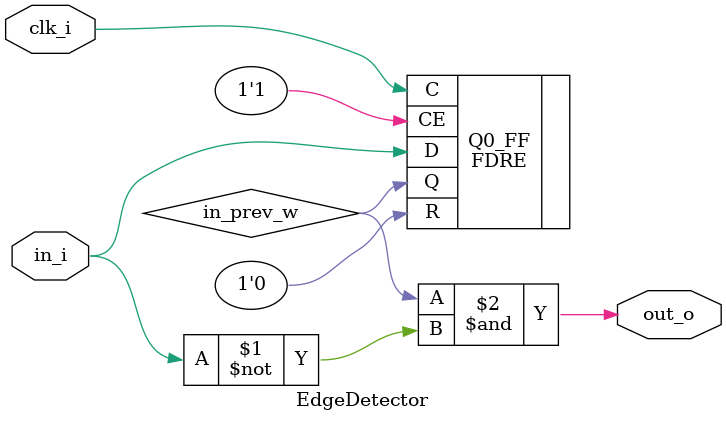
<source format=v>
`timescale 1ns / 1ps


module EdgeDetector(
    input clk_i,
    //either btnU or btnD
    input in_i,
    output out_o
    );
    
    wire in_prev_w;
    FDRE #(.INIT(1'b0)) Q0_FF (.C(clk_i), .R(1'b0), .CE(1'b1), .D(in_i), .Q(in_prev_w));
//    FDRE #(.INIT(1'b0)) Q1_FF (.C(clk), .R(1'b0), .CE(1'b1), .D(w1), .Q(w2));
    assign out_o = in_prev_w & ~in_i; //Once button is released, generate signal

endmodule
</source>
